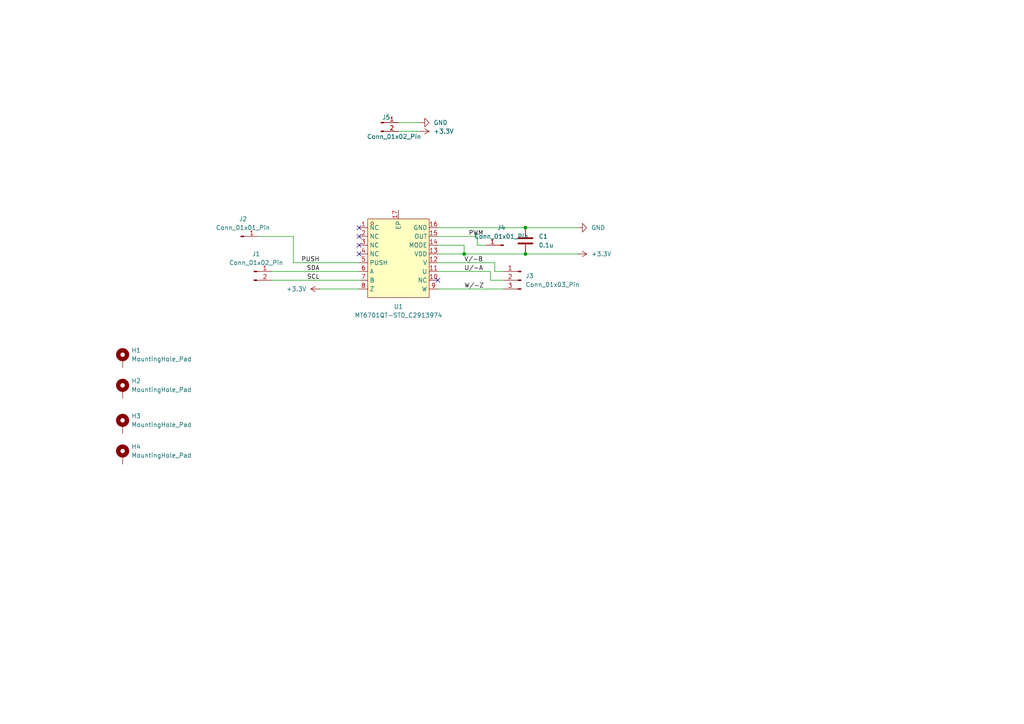
<source format=kicad_sch>
(kicad_sch (version 20250114) (generator "eeschema") (generator_version "9.0")
  (paper "A4")
  (lib_symbols
    (symbol "COMPONENTS:MT6701QT-STD_C2913974"
      (property "Reference" "U" (at 0 19.05 0))
      (property "Value" "MT6701QT-STD_C2913974" (at 0 -13.97 0))
      (symbol "MT6701QT-STD_C2913974_0_1"
        (rectangle (start -8.89 11.43) (end 8.89 -11.43) (fill (type background)))
        (circle (center -7.62 10.16) (radius 0.38))
        (pin unspecified line (at -11.43 8.89 0) (length 2.54) (name "NC") (number "1"))
        (pin unspecified line (at -11.43 6.35 0) (length 2.54) (name "NC") (number "2"))
        (pin unspecified line (at -11.43 3.81 0) (length 2.54) (name "NC") (number "3"))
        (pin unspecified line (at -11.43 1.27 0) (length 2.54) (name "NC") (number "4"))
        (pin unspecified line (at -11.43 -1.27 0) (length 2.54) (name "PUSH") (number "5"))
        (pin unspecified line (at -11.43 -3.81 0) (length 2.54) (name "A") (number "6"))
        (pin unspecified line (at -11.43 -6.35 0) (length 2.54) (name "B") (number "7"))
        (pin unspecified line (at -11.43 -8.89 0) (length 2.54) (name "Z") (number "8"))
        (pin unspecified line (at 0 13.97 270) (length 2.54) (name "EP") (number "17"))
        (pin unspecified line (at 11.43 8.89 180) (length 2.54) (name "GND") (number "16"))
        (pin unspecified line (at 11.43 6.35 180) (length 2.54) (name "OUT") (number "15"))
        (pin unspecified line (at 11.43 3.81 180) (length 2.54) (name "MODE") (number "14"))
        (pin unspecified line (at 11.43 1.27 180) (length 2.54) (name "VDD") (number "13"))
        (pin unspecified line (at 11.43 -1.27 180) (length 2.54) (name "V") (number "12"))
        (pin unspecified line (at 11.43 -3.81 180) (length 2.54) (name "U") (number "11"))
        (pin unspecified line (at 11.43 -6.35 180) (length 2.54) (name "NC") (number "10"))
        (pin unspecified line (at 11.43 -8.89 180) (length 2.54) (name "W") (number "9"))
      )
    )
    (symbol "Connector:Conn_01x01_Pin" (pin_names (offset 1.016) (hide yes))
      (property "Reference" "J" (at 0 2.54 0))
      (property "Value" "Conn_01x01_Pin" (at 0 -2.54 0))
      (symbol "Conn_01x01_Pin_1_1"
        (rectangle (start 0.8636 0.127) (end 0 -0.127) (stroke (width 0.1524)) (fill (type outline)))
        (polyline (pts (xy 1.27 0) (xy 0.8636 0)) (stroke (width 0.1524)))
        (pin passive line (at 5.08 0 180) (length 3.81) (name "Pin_1") (number "1"))
      )
    )
    (symbol "Connector:Conn_01x02_Pin" (pin_names (offset 1.016) (hide yes))
      (property "Reference" "J" (at 0 2.54 0))
      (property "Value" "Conn_01x02_Pin" (at 0 -5.08 0))
      (symbol "Conn_01x02_Pin_1_1"
        (rectangle (start 0.8636 0.127) (end 0 -0.127) (stroke (width 0.1524)) (fill (type outline)))
        (rectangle (start 0.8636 -2.413) (end 0 -2.667) (stroke (width 0.1524)) (fill (type outline)))
        (polyline (pts (xy 1.27 0) (xy 0.8636 0)) (stroke (width 0.1524)))
        (polyline (pts (xy 1.27 -2.54) (xy 0.8636 -2.54)) (stroke (width 0.1524)))
        (pin passive line (at 5.08 0 180) (length 3.81) (name "Pin_1") (number "1"))
        (pin passive line (at 5.08 -2.54 180) (length 3.81) (name "Pin_2") (number "2"))
      )
    )
    (symbol "Connector:Conn_01x03_Pin" (pin_names (offset 1.016) (hide yes))
      (property "Reference" "J" (at 0 5.08 0))
      (property "Value" "Conn_01x03_Pin" (at 0 -5.08 0))
      (symbol "Conn_01x03_Pin_1_1"
        (rectangle (start 0.8636 2.667) (end 0 2.413) (stroke (width 0.1524)) (fill (type outline)))
        (rectangle (start 0.8636 0.127) (end 0 -0.127) (stroke (width 0.1524)) (fill (type outline)))
        (rectangle (start 0.8636 -2.413) (end 0 -2.667) (stroke (width 0.1524)) (fill (type outline)))
        (polyline (pts (xy 1.27 2.54) (xy 0.8636 2.54)) (stroke (width 0.1524)))
        (polyline (pts (xy 1.27 0) (xy 0.8636 0)) (stroke (width 0.1524)))
        (polyline (pts (xy 1.27 -2.54) (xy 0.8636 -2.54)) (stroke (width 0.1524)))
        (pin passive line (at 5.08 2.54 180) (length 3.81) (name "Pin_1") (number "1"))
        (pin passive line (at 5.08 0 180) (length 3.81) (name "Pin_2") (number "2"))
        (pin passive line (at 5.08 -2.54 180) (length 3.81) (name "Pin_3") (number "3"))
      )
    )
    (symbol "Device:C" (pin_numbers (hide yes)) (pin_names (offset 0.254))
      (property "Reference" "C" (at 0.635 2.54 0))
      (property "Value" "C" (at 0.635 -2.54 0))
      (symbol "C_0_1"
        (polyline (pts (xy -2.032 0.762) (xy 2.032 0.762)) (stroke (width 0.508)))
        (polyline (pts (xy -2.032 -0.762) (xy 2.032 -0.762)) (stroke (width 0.508)))
      )
      (symbol "C_1_1"
        (pin passive line (at 0 3.81 270) (length 2.794) (name "~") (number "1"))
        (pin passive line (at 0 -3.81 90) (length 2.794) (name "~") (number "2"))
      )
    )
    (symbol "Mechanical:MountingHole_Pad" (pin_numbers (hide yes)) (pin_names (offset 1.016) (hide yes)) (exclude_from_sim yes) (in_bom no)
      (property "Reference" "H" (at 0 6.35 0))
      (property "Value" "MountingHole_Pad" (at 0 4.445 0))
      (symbol "MountingHole_Pad_0_1"
        (circle (center 0 1.27) (radius 1.27) (stroke (width 1.27)))
      )
      (symbol "MountingHole_Pad_1_1"
        (pin input line (at 0 -2.54 90) (length 2.54) (name "1") (number "1"))
      )
    )
    (symbol "power:+3.3V" (power) (pin_numbers (hide yes)) (pin_names (offset 0) (hide yes))
      (property "Value" "+3.3V" (at 0 3.556 0))
      (symbol "+3.3V_0_1"
        (polyline (pts (xy -0.762 1.27) (xy 0 2.54)))
        (polyline (pts (xy 0 2.54) (xy 0.762 1.27)))
        (polyline (pts (xy 0 0) (xy 0 2.54)))
      )
      (symbol "+3.3V_1_1"
        (pin power_in line (at 0 0 90) (length 0) (name "~") (number "1"))
      )
    )
    (symbol "power:GND" (power) (pin_numbers (hide yes)) (pin_names (offset 0) (hide yes))
      (property "Value" "GND" (at 0 -3.81 0))
      (symbol "GND_0_1"
        (polyline (pts (xy 0 0) (xy 0 -1.27) (xy 1.27 -1.27) (xy 0 -2.54) (xy -1.27 -1.27) (xy 0 -1.27)))
      )
      (symbol "GND_1_1"
        (pin power_in line (at 0 0 270) (length 0) (name "~") (number "1"))
      )
    )
  )
  (junction (at 152.4 73.66))
  (junction (at 152.4 66.04))
  (junction (at 134.62 73.66))
  (no_connect (at 127 81.28))
  (no_connect (at 104.14 71.12))
  (no_connect (at 104.14 68.58))
  (no_connect (at 104.14 73.66))
  (no_connect (at 104.14 66.04))
  (wire (pts (xy 140.97 71.12) (xy 138.43 71.12)))
  (wire (pts (xy 146.05 81.28) (xy 142.24 81.28)))
  (wire (pts (xy 143.51 78.74) (xy 143.51 76.2)))
  (wire (pts (xy 152.4 73.66) (xy 134.62 73.66)))
  (wire (pts (xy 152.4 66.04) (xy 127 66.04)))
  (wire (pts (xy 138.43 68.58) (xy 127 68.58)))
  (wire (pts (xy 85.09 76.2) (xy 104.14 76.2)))
  (wire (pts (xy 134.62 73.66) (xy 127 73.66)))
  (wire (pts (xy 127 83.82) (xy 146.05 83.82)))
  (wire (pts (xy 167.64 73.66) (xy 152.4 73.66)))
  (wire (pts (xy 167.64 66.04) (xy 152.4 66.04)))
  (wire (pts (xy 146.05 78.74) (xy 143.51 78.74)))
  (wire (pts (xy 74.93 68.58) (xy 85.09 68.58)))
  (wire (pts (xy 142.24 81.28) (xy 142.24 78.74)))
  (wire (pts (xy 92.71 83.82) (xy 104.14 83.82)))
  (wire (pts (xy 138.43 71.12) (xy 138.43 68.58)))
  (wire (pts (xy 143.51 76.2) (xy 127 76.2)))
  (wire (pts (xy 134.62 71.12) (xy 134.62 73.66)))
  (wire (pts (xy 121.92 38.1) (xy 115.57 38.1)))
  (wire (pts (xy 121.92 35.56) (xy 115.57 35.56)))
  (wire (pts (xy 142.24 78.74) (xy 127 78.74)))
  (wire (pts (xy 78.74 81.28) (xy 104.14 81.28)))
  (wire (pts (xy 127 71.12) (xy 134.62 71.12)))
  (wire (pts (xy 85.09 68.58) (xy 85.09 76.2)))
  (wire (pts (xy 78.74 78.74) (xy 104.14 78.74)))
  (label "SDA" (at 92.71 78.74 180))
  (label "V{slash}-B" (at 134.62 76.2 0))
  (label "W{slash}-Z" (at 134.62 83.82 0))
  (label "U{slash}-A" (at 134.62 78.74 0))
  (label "SCL" (at 92.71 81.28 180))
  (label "PUSH" (at 92.71 76.2 180))
  (label "PWM" (at 135.89 68.58 0))
  (symbol (lib_id "power:+3.3V") (at 92.71 83.82 90) (mirror x) (unit 1)
    (property "Reference" "#PWR03" (effects (hide yes)))
    (property "Value" "+3.3V" (at 88.9 83.8199 90) (effects (justify left)))
    (property "Description" "Power symbol creates a global label with name \"+3.3V\"" (effects (hide yes)))
  )
  (symbol (lib_id "power:GND") (at 167.64 66.04 90) (unit 1)
    (property "Reference" "#PWR02" (effects (hide yes)))
    (property "Value" "GND" (at 171.45 66.0399 90) (effects (justify right)))
    (property "Description" "Power symbol creates a global label with name \"GND\" , ground" (effects (hide yes)))
  )
  (symbol (lib_id "Device:C") (at 152.4 69.85 0) (unit 1)
    (property "Reference" "C1" (at 156.21 68.5799 0) (effects (justify left)))
    (property "Value" "0.1u" (at 156.21 71.1199 0) (effects (justify left)))
    (property "Footprint" "Capacitor_SMD:C_1206_3216Metric_Pad1.33x1.80mm_HandSolder" (effects (hide yes)))
    (property "Description" "Unpolarized capacitor" (effects (hide yes)))
  )
  (symbol (lib_id "Mechanical:MountingHole_Pad") (at 35.56 123.19 0) (unit 1) (exclude_from_sim yes) (in_bom no)
    (property "Reference" "H3" (at 38.1 120.6499 0) (effects (justify left)))
    (property "Value" "MountingHole_Pad" (at 38.1 123.1899 0) (effects (justify left)))
    (property "Footprint" "MountingHole:MountingHole_3.2mm_M3_DIN965_Pad_TopBottom" (effects (hide yes)))
    (property "Description" "Mounting Hole with connection" (effects (hide yes)))
  )
  (symbol (lib_id "Mechanical:MountingHole_Pad") (at 35.56 113.03 0) (unit 1) (exclude_from_sim yes) (in_bom no)
    (property "Reference" "H2" (at 38.1 110.4899 0) (effects (justify left)))
    (property "Value" "MountingHole_Pad" (at 38.1 113.0299 0) (effects (justify left)))
    (property "Footprint" "MountingHole:MountingHole_3.2mm_M3_DIN965_Pad_TopBottom" (effects (hide yes)))
    (property "Description" "Mounting Hole with connection" (effects (hide yes)))
  )
  (symbol (lib_id "Mechanical:MountingHole_Pad") (at 35.56 104.14 0) (unit 1) (exclude_from_sim yes) (in_bom no)
    (property "Reference" "H1" (at 38.1 101.5999 0) (effects (justify left)))
    (property "Value" "MountingHole_Pad" (at 38.1 104.1399 0) (effects (justify left)))
    (property "Footprint" "MountingHole:MountingHole_3.2mm_M3_DIN965_Pad_TopBottom" (effects (hide yes)))
    (property "Description" "Mounting Hole with connection" (effects (hide yes)))
  )
  (symbol (lib_id "Mechanical:MountingHole_Pad") (at 35.56 132.08 0) (unit 1) (exclude_from_sim yes) (in_bom no)
    (property "Reference" "H4" (at 38.1 129.5399 0) (effects (justify left)))
    (property "Value" "MountingHole_Pad" (at 38.1 132.0799 0) (effects (justify left)))
    (property "Footprint" "MountingHole:MountingHole_3.2mm_M3_DIN965_Pad_TopBottom" (effects (hide yes)))
    (property "Description" "Mounting Hole with connection" (effects (hide yes)))
  )
  (symbol (lib_id "power:+3.3V") (at 167.64 73.66 270) (unit 1)
    (property "Reference" "#PWR01" (effects (hide yes)))
    (property "Value" "+3.3V" (at 171.45 73.6599 90) (effects (justify left)))
    (property "Description" "Power symbol creates a global label with name \"+3.3V\"" (effects (hide yes)))
  )
  (symbol (lib_id "power:+3.3V") (at 121.92 38.1 270) (unit 1)
    (property "Reference" "#PWR05" (effects (hide yes)))
    (property "Value" "+3.3V" (at 125.73 38.0999 90) (effects (justify left)))
    (property "Description" "Power symbol creates a global label with name \"+3.3V\"" (effects (hide yes)))
  )
  (symbol (lib_id "Connector:Conn_01x01_Pin") (at 69.85 68.58 0) (unit 1)
    (property "Reference" "J2" (at 70.485 63.5 0))
    (property "Value" "Conn_01x01_Pin" (at 70.485 66.04 0))
    (property "Footprint" "Connector_PinHeader_2.54mm:PinHeader_1x01_P2.54mm_Vertical" (effects (hide yes)))
    (property "Description" "Generic connector, single row, 01x01, script generated" (effects (hide yes)))
  )
  (symbol (lib_id "Connector:Conn_01x02_Pin") (at 73.66 78.74 0) (unit 1)
    (property "Reference" "J1" (at 74.295 73.66 0))
    (property "Value" "Conn_01x02_Pin" (at 74.295 76.2 0))
    (property "Footprint" "Connector_PinHeader_2.54mm:PinHeader_1x02_P2.54mm_Vertical" (effects (hide yes)))
    (property "Description" "Generic connector, single row, 01x02, script generated" (effects (hide yes)))
  )
  (symbol (lib_id "power:GND") (at 121.92 35.56 90) (unit 1)
    (property "Reference" "#PWR04" (effects (hide yes)))
    (property "Value" "GND" (at 125.73 35.5599 90) (effects (justify right)))
    (property "Description" "Power symbol creates a global label with name \"GND\" , ground" (effects (hide yes)))
  )
  (symbol (lib_id "COMPONENTS:MT6701QT-STD_C2913974") (at 115.57 74.93 0) (unit 1)
    (property "Reference" "U1" (at 115.57 88.9 0))
    (property "Value" "MT6701QT-STD_C2913974" (at 115.57 91.44 0))
    (property "Footprint" "COMPONENTS:QFN-16_L3.0-W3.0-P0.50-TL-EP1.7" (effects (hide yes)))
    (property "LCSC Part" "C2913974" (effects (hide yes)))
  )
  (symbol (lib_id "Connector:Conn_01x02_Pin") (at 110.49 35.56 0) (unit 1)
    (property "Reference" "J5" (at 112.014 34.036 0))
    (property "Value" "Conn_01x02_Pin" (at 114.3 39.624 0))
    (property "Footprint" "Connector_PinHeader_2.54mm:PinHeader_1x02_P2.54mm_Vertical" (effects (hide yes)))
    (property "Description" "Generic connector, single row, 01x02, script generated" (effects (hide yes)))
  )
  (symbol (lib_id "Connector:Conn_01x03_Pin") (at 151.13 81.28 0) (mirror y) (unit 1)
    (property "Reference" "J3" (at 152.4 80.0099 0) (effects (justify right)))
    (property "Value" "Conn_01x03_Pin" (at 152.4 82.5499 0) (effects (justify right)))
    (property "Footprint" "Connector_PinHeader_2.54mm:PinHeader_1x03_P2.54mm_Vertical" (effects (hide yes)))
    (property "Description" "Generic connector, single row, 01x03, script generated" (effects (hide yes)))
  )
  (symbol (lib_id "Connector:Conn_01x01_Pin") (at 146.05 71.12 0) (mirror y) (unit 1)
    (property "Reference" "J4" (at 145.415 66.04 0))
    (property "Value" "Conn_01x01_Pin" (at 145.415 68.58 0))
    (property "Footprint" "Connector_PinHeader_2.54mm:PinHeader_1x01_P2.54mm_Vertical" (effects (hide yes)))
    (property "Description" "Generic connector, single row, 01x01, script generated" (effects (hide yes)))
  )
)
</source>
